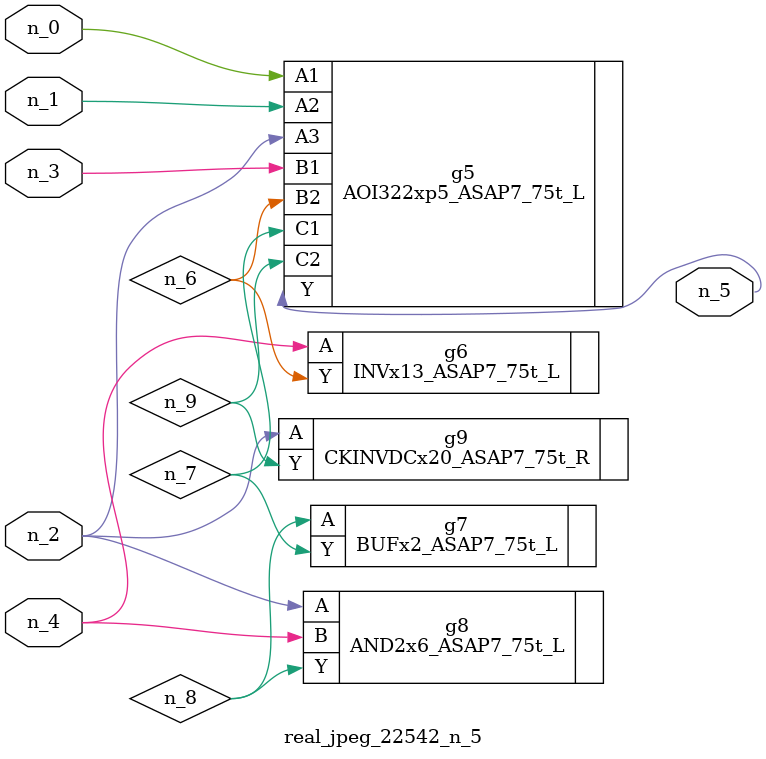
<source format=v>
module real_jpeg_22542_n_5 (n_4, n_0, n_1, n_2, n_3, n_5);

input n_4;
input n_0;
input n_1;
input n_2;
input n_3;

output n_5;

wire n_8;
wire n_6;
wire n_7;
wire n_9;

AOI322xp5_ASAP7_75t_L g5 ( 
.A1(n_0),
.A2(n_1),
.A3(n_2),
.B1(n_3),
.B2(n_6),
.C1(n_7),
.C2(n_9),
.Y(n_5)
);

AND2x6_ASAP7_75t_L g8 ( 
.A(n_2),
.B(n_4),
.Y(n_8)
);

CKINVDCx20_ASAP7_75t_R g9 ( 
.A(n_2),
.Y(n_9)
);

INVx13_ASAP7_75t_L g6 ( 
.A(n_4),
.Y(n_6)
);

BUFx2_ASAP7_75t_L g7 ( 
.A(n_8),
.Y(n_7)
);


endmodule
</source>
